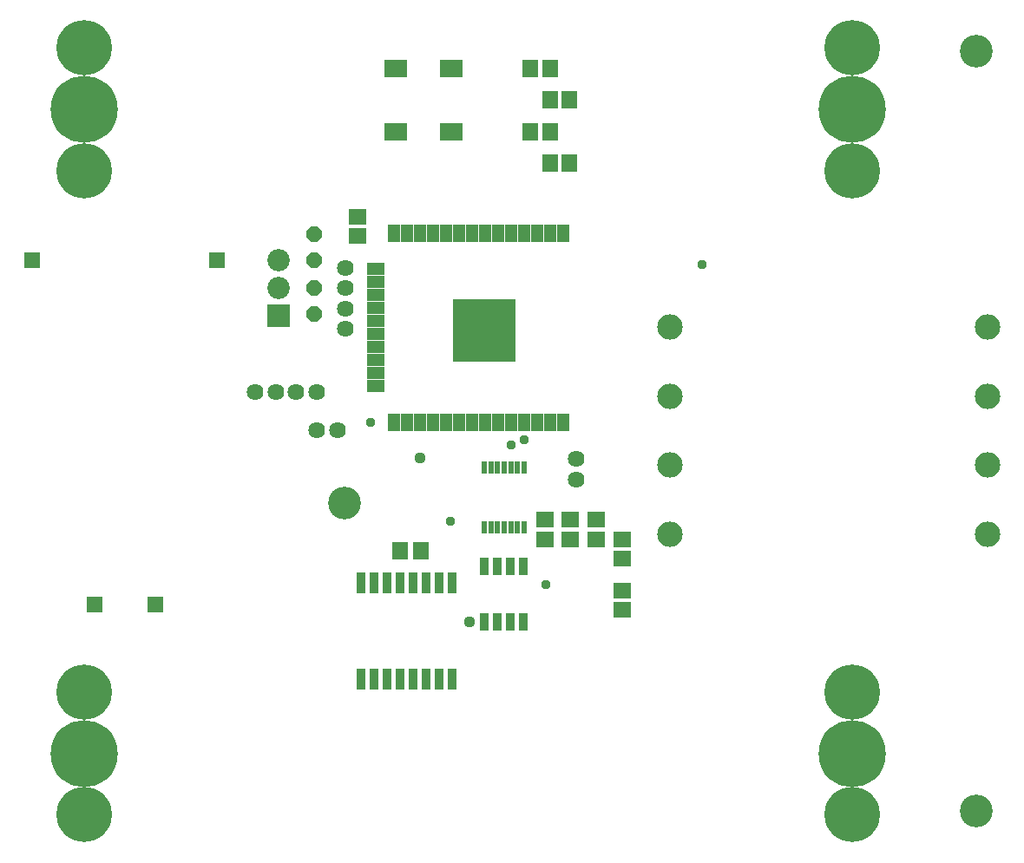
<source format=gbr>
G04 EAGLE Gerber RS-274X export*
G75*
%MOMM*%
%FSLAX34Y34*%
%LPD*%
%INSoldermask Top*%
%IPPOS*%
%AMOC8*
5,1,8,0,0,1.08239X$1,22.5*%
G01*
%ADD10C,3.203200*%
%ADD11R,0.853200X2.003200*%
%ADD12R,1.503200X1.803200*%
%ADD13C,5.403200*%
%ADD14C,6.549200*%
%ADD15R,2.183200X2.183200*%
%ADD16C,2.183200*%
%ADD17P,1.649562X8X112.500000*%
%ADD18P,1.649562X8X292.500000*%
%ADD19R,1.703200X1.503200*%
%ADD20C,2.489200*%
%ADD21R,0.853200X1.703200*%
%ADD22R,1.203200X1.703200*%
%ADD23R,1.703200X1.203200*%
%ADD24R,6.203200X6.203200*%
%ADD25R,1.503200X1.703200*%
%ADD26R,2.203200X1.803200*%
%ADD27C,1.625600*%
%ADD28R,0.508000X1.193800*%
%ADD29R,1.511200X1.511200*%
%ADD30C,0.959600*%
%ADD31C,1.109600*%


D10*
X955800Y785900D03*
X955800Y44300D03*
X339300Y344800D03*
D11*
X355550Y172750D03*
X368250Y172750D03*
X380950Y172750D03*
X393650Y172750D03*
X406350Y172750D03*
X419050Y172750D03*
X431750Y172750D03*
X444450Y172750D03*
X444450Y267250D03*
X431750Y267250D03*
X419050Y267250D03*
X406350Y267250D03*
X393650Y267250D03*
X380950Y267250D03*
X368250Y267250D03*
X355550Y267250D03*
D12*
X393700Y298000D03*
X413700Y298000D03*
D13*
X85500Y40500D03*
X85500Y160400D03*
D14*
X85500Y100450D03*
D13*
X85600Y669400D03*
X85600Y789300D03*
D14*
X85600Y729350D03*
D13*
X834500Y160400D03*
X834500Y40500D03*
D14*
X834500Y100450D03*
D13*
X834400Y789300D03*
X834400Y669400D03*
D14*
X834400Y729350D03*
D15*
X275400Y527800D03*
D16*
X275400Y554800D03*
X275400Y581800D03*
D17*
X309500Y581700D03*
X309500Y607100D03*
D18*
X309500Y554700D03*
X309500Y529300D03*
D19*
X534600Y309500D03*
X534600Y328500D03*
X559800Y328500D03*
X559800Y309500D03*
X584900Y309500D03*
X584900Y328500D03*
X610100Y259500D03*
X610100Y240500D03*
X610100Y309500D03*
X610100Y290500D03*
D20*
X966520Y314540D03*
X966520Y381850D03*
X966520Y449150D03*
X966520Y516460D03*
X656510Y314540D03*
X656510Y381850D03*
X656510Y449150D03*
X656510Y516460D03*
D21*
X475950Y229000D03*
X488650Y229000D03*
X501350Y229000D03*
X514050Y229000D03*
X514050Y283000D03*
X501350Y283000D03*
X488650Y283000D03*
X475950Y283000D03*
D22*
X514300Y608500D03*
X501600Y608500D03*
X488900Y608500D03*
X476200Y608500D03*
X463500Y608500D03*
X450800Y608500D03*
X438100Y608500D03*
X425400Y608500D03*
D23*
X369900Y458700D03*
D22*
X387300Y423500D03*
X400000Y423500D03*
X412700Y423500D03*
X425400Y423500D03*
X438100Y423500D03*
X450800Y423500D03*
X463500Y423500D03*
D23*
X369900Y547600D03*
D22*
X412700Y608500D03*
X400000Y608500D03*
X387300Y608500D03*
D23*
X369900Y573000D03*
X369900Y560300D03*
D22*
X527000Y608500D03*
X539700Y608500D03*
X552400Y608500D03*
D23*
X369900Y534900D03*
X369900Y522200D03*
X369900Y509500D03*
X369900Y471400D03*
X369900Y484100D03*
X369900Y496800D03*
D22*
X476200Y423500D03*
X488900Y423500D03*
X501600Y423500D03*
X514300Y423500D03*
X527000Y423500D03*
X539700Y423500D03*
X552400Y423500D03*
D24*
X475400Y513000D03*
D25*
X539900Y738300D03*
X558900Y738300D03*
X539900Y676300D03*
X558900Y676300D03*
D26*
X443200Y707200D03*
X389200Y707200D03*
X443200Y769300D03*
X389200Y769300D03*
D25*
X520900Y707200D03*
X539900Y707200D03*
X520900Y769300D03*
X539900Y769300D03*
D19*
X351900Y605500D03*
X351900Y624500D03*
D27*
X252100Y452800D03*
X272100Y452800D03*
X292100Y452800D03*
X312100Y452800D03*
X565600Y368000D03*
X565600Y388000D03*
X332200Y416200D03*
X312200Y416200D03*
D28*
X514600Y379678D03*
X508100Y379678D03*
X501600Y379678D03*
X495100Y379678D03*
X488600Y379678D03*
X482100Y379678D03*
X475600Y379678D03*
X475600Y321322D03*
X482100Y321322D03*
X488600Y321322D03*
X495100Y321322D03*
X501600Y321322D03*
X508100Y321322D03*
X514600Y321322D03*
D29*
X154600Y245800D03*
X95600Y245800D03*
X34600Y581800D03*
X214600Y581800D03*
D27*
X340400Y514600D03*
X340400Y534600D03*
X340400Y554600D03*
X340400Y574600D03*
D30*
X514300Y406200D03*
X501600Y401200D03*
X536000Y265000D03*
X443000Y327000D03*
D31*
X461000Y229000D03*
X412700Y388400D03*
D30*
X364800Y423500D03*
X688100Y577900D03*
M02*

</source>
